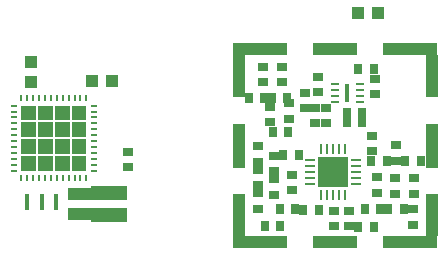
<source format=gbr>
G04 EAGLE Gerber RS-274X export*
G75*
%MOMM*%
%FSLAX34Y34*%
%LPD*%
%INSolderpaste Bottom*%
%IPPOS*%
%AMOC8*
5,1,8,0,0,1.08239X$1,22.5*%
G01*
%ADD10R,0.400000X1.399997*%
%ADD11R,0.254000X0.550000*%
%ADD12R,0.550000X0.254000*%
%ADD13R,1.000000X1.100000*%
%ADD14R,1.100000X1.000000*%
%ADD15R,1.500000X1.300000*%
%ADD16R,0.900000X0.700000*%
%ADD17R,0.700000X0.900000*%
%ADD18R,0.280000X0.840000*%
%ADD19R,0.840000X0.280000*%
%ADD20R,2.600000X2.600000*%
%ADD21R,0.750000X0.280000*%
%ADD22R,0.450000X1.600000*%
%ADD23R,0.990000X3.580000*%
%ADD24R,0.990000X3.810000*%
%ADD25R,4.570000X0.990000*%
%ADD26R,3.810000X0.990000*%

G36*
X-116949Y22242D02*
X-116949Y22242D01*
X-116947Y22242D01*
X-116904Y22261D01*
X-116860Y22280D01*
X-116860Y22282D01*
X-116858Y22283D01*
X-116825Y22368D01*
X-116825Y34592D01*
X-116826Y34594D01*
X-116825Y34596D01*
X-116845Y34639D01*
X-116863Y34682D01*
X-116865Y34683D01*
X-116866Y34685D01*
X-116951Y34718D01*
X-129175Y34718D01*
X-129177Y34717D01*
X-129179Y34718D01*
X-129222Y34698D01*
X-129266Y34680D01*
X-129266Y34678D01*
X-129268Y34677D01*
X-129301Y34592D01*
X-129301Y22368D01*
X-129300Y22366D01*
X-129301Y22364D01*
X-129281Y22321D01*
X-129263Y22277D01*
X-129261Y22276D01*
X-129260Y22274D01*
X-129175Y22242D01*
X-116951Y22242D01*
X-116949Y22242D01*
G37*
G36*
X-102725Y22242D02*
X-102725Y22242D01*
X-102723Y22242D01*
X-102680Y22261D01*
X-102636Y22280D01*
X-102636Y22282D01*
X-102634Y22283D01*
X-102601Y22368D01*
X-102601Y34592D01*
X-102602Y34594D01*
X-102601Y34596D01*
X-102621Y34639D01*
X-102639Y34682D01*
X-102641Y34683D01*
X-102642Y34685D01*
X-102727Y34718D01*
X-114951Y34718D01*
X-114953Y34717D01*
X-114955Y34718D01*
X-114998Y34698D01*
X-115042Y34680D01*
X-115042Y34678D01*
X-115044Y34677D01*
X-115077Y34592D01*
X-115077Y22368D01*
X-115076Y22366D01*
X-115077Y22364D01*
X-115057Y22321D01*
X-115039Y22277D01*
X-115037Y22276D01*
X-115036Y22274D01*
X-114951Y22242D01*
X-102727Y22242D01*
X-102725Y22242D01*
G37*
G36*
X-145397Y22242D02*
X-145397Y22242D01*
X-145395Y22242D01*
X-145352Y22261D01*
X-145308Y22280D01*
X-145308Y22282D01*
X-145306Y22283D01*
X-145273Y22368D01*
X-145273Y34592D01*
X-145274Y34594D01*
X-145273Y34596D01*
X-145293Y34639D01*
X-145311Y34682D01*
X-145313Y34683D01*
X-145314Y34685D01*
X-145399Y34718D01*
X-157623Y34718D01*
X-157625Y34717D01*
X-157627Y34718D01*
X-157670Y34698D01*
X-157714Y34680D01*
X-157714Y34678D01*
X-157716Y34677D01*
X-157749Y34592D01*
X-157749Y22368D01*
X-157748Y22366D01*
X-157749Y22364D01*
X-157729Y22321D01*
X-157711Y22277D01*
X-157709Y22276D01*
X-157708Y22274D01*
X-157623Y22242D01*
X-145399Y22242D01*
X-145397Y22242D01*
G37*
G36*
X-131173Y22242D02*
X-131173Y22242D01*
X-131171Y22242D01*
X-131128Y22261D01*
X-131084Y22280D01*
X-131084Y22282D01*
X-131082Y22283D01*
X-131049Y22368D01*
X-131049Y34592D01*
X-131050Y34594D01*
X-131049Y34596D01*
X-131069Y34639D01*
X-131087Y34682D01*
X-131089Y34683D01*
X-131090Y34685D01*
X-131175Y34718D01*
X-143399Y34718D01*
X-143401Y34717D01*
X-143403Y34718D01*
X-143446Y34698D01*
X-143490Y34680D01*
X-143490Y34678D01*
X-143492Y34677D01*
X-143525Y34592D01*
X-143525Y22368D01*
X-143524Y22366D01*
X-143525Y22364D01*
X-143505Y22321D01*
X-143487Y22277D01*
X-143485Y22276D01*
X-143484Y22274D01*
X-143399Y22242D01*
X-131175Y22242D01*
X-131173Y22242D01*
G37*
G36*
X-116949Y8018D02*
X-116949Y8018D01*
X-116947Y8018D01*
X-116904Y8037D01*
X-116860Y8056D01*
X-116860Y8058D01*
X-116858Y8059D01*
X-116825Y8144D01*
X-116825Y20368D01*
X-116826Y20370D01*
X-116825Y20372D01*
X-116845Y20415D01*
X-116863Y20458D01*
X-116865Y20459D01*
X-116866Y20461D01*
X-116951Y20494D01*
X-129175Y20494D01*
X-129177Y20493D01*
X-129179Y20494D01*
X-129222Y20474D01*
X-129266Y20456D01*
X-129266Y20454D01*
X-129268Y20453D01*
X-129301Y20368D01*
X-129301Y8144D01*
X-129300Y8142D01*
X-129301Y8140D01*
X-129281Y8097D01*
X-129263Y8053D01*
X-129261Y8052D01*
X-129260Y8050D01*
X-129175Y8018D01*
X-116951Y8018D01*
X-116949Y8018D01*
G37*
G36*
X-131173Y8018D02*
X-131173Y8018D01*
X-131171Y8018D01*
X-131128Y8037D01*
X-131084Y8056D01*
X-131084Y8058D01*
X-131082Y8059D01*
X-131049Y8144D01*
X-131049Y20368D01*
X-131050Y20370D01*
X-131049Y20372D01*
X-131069Y20415D01*
X-131087Y20458D01*
X-131089Y20459D01*
X-131090Y20461D01*
X-131175Y20494D01*
X-143399Y20494D01*
X-143401Y20493D01*
X-143403Y20494D01*
X-143446Y20474D01*
X-143490Y20456D01*
X-143490Y20454D01*
X-143492Y20453D01*
X-143525Y20368D01*
X-143525Y8144D01*
X-143524Y8142D01*
X-143525Y8140D01*
X-143505Y8097D01*
X-143487Y8053D01*
X-143485Y8052D01*
X-143484Y8050D01*
X-143399Y8018D01*
X-131175Y8018D01*
X-131173Y8018D01*
G37*
G36*
X-102725Y8018D02*
X-102725Y8018D01*
X-102723Y8018D01*
X-102680Y8037D01*
X-102636Y8056D01*
X-102636Y8058D01*
X-102634Y8059D01*
X-102601Y8144D01*
X-102601Y20368D01*
X-102602Y20370D01*
X-102601Y20372D01*
X-102621Y20415D01*
X-102639Y20458D01*
X-102641Y20459D01*
X-102642Y20461D01*
X-102727Y20494D01*
X-114951Y20494D01*
X-114953Y20493D01*
X-114955Y20494D01*
X-114998Y20474D01*
X-115042Y20456D01*
X-115042Y20454D01*
X-115044Y20453D01*
X-115077Y20368D01*
X-115077Y8144D01*
X-115076Y8142D01*
X-115077Y8140D01*
X-115057Y8097D01*
X-115039Y8053D01*
X-115037Y8052D01*
X-115036Y8050D01*
X-114951Y8018D01*
X-102727Y8018D01*
X-102725Y8018D01*
G37*
G36*
X-145397Y8018D02*
X-145397Y8018D01*
X-145395Y8018D01*
X-145352Y8037D01*
X-145308Y8056D01*
X-145308Y8058D01*
X-145306Y8059D01*
X-145273Y8144D01*
X-145273Y20368D01*
X-145274Y20370D01*
X-145273Y20372D01*
X-145293Y20415D01*
X-145311Y20458D01*
X-145313Y20459D01*
X-145314Y20461D01*
X-145399Y20494D01*
X-157623Y20494D01*
X-157625Y20493D01*
X-157627Y20494D01*
X-157670Y20474D01*
X-157714Y20456D01*
X-157714Y20454D01*
X-157716Y20453D01*
X-157749Y20368D01*
X-157749Y8144D01*
X-157748Y8142D01*
X-157749Y8140D01*
X-157729Y8097D01*
X-157711Y8053D01*
X-157709Y8052D01*
X-157708Y8050D01*
X-157623Y8018D01*
X-145399Y8018D01*
X-145397Y8018D01*
G37*
G36*
X-145397Y-6206D02*
X-145397Y-6206D01*
X-145395Y-6206D01*
X-145352Y-6187D01*
X-145308Y-6168D01*
X-145308Y-6166D01*
X-145306Y-6165D01*
X-145273Y-6080D01*
X-145273Y6144D01*
X-145274Y6146D01*
X-145273Y6148D01*
X-145293Y6191D01*
X-145311Y6234D01*
X-145313Y6235D01*
X-145314Y6237D01*
X-145399Y6270D01*
X-157623Y6270D01*
X-157625Y6269D01*
X-157627Y6270D01*
X-157670Y6250D01*
X-157714Y6232D01*
X-157714Y6230D01*
X-157716Y6229D01*
X-157749Y6144D01*
X-157749Y-6080D01*
X-157748Y-6082D01*
X-157749Y-6084D01*
X-157729Y-6127D01*
X-157711Y-6171D01*
X-157709Y-6172D01*
X-157708Y-6174D01*
X-157623Y-6207D01*
X-145399Y-6207D01*
X-145397Y-6206D01*
G37*
G36*
X-131173Y-6206D02*
X-131173Y-6206D01*
X-131171Y-6206D01*
X-131128Y-6187D01*
X-131084Y-6168D01*
X-131084Y-6166D01*
X-131082Y-6165D01*
X-131049Y-6080D01*
X-131049Y6144D01*
X-131050Y6146D01*
X-131049Y6148D01*
X-131069Y6191D01*
X-131087Y6234D01*
X-131089Y6235D01*
X-131090Y6237D01*
X-131175Y6270D01*
X-143399Y6270D01*
X-143401Y6269D01*
X-143403Y6270D01*
X-143446Y6250D01*
X-143490Y6232D01*
X-143490Y6230D01*
X-143492Y6229D01*
X-143525Y6144D01*
X-143525Y-6080D01*
X-143524Y-6082D01*
X-143525Y-6084D01*
X-143505Y-6127D01*
X-143487Y-6171D01*
X-143485Y-6172D01*
X-143484Y-6174D01*
X-143399Y-6207D01*
X-131175Y-6207D01*
X-131173Y-6206D01*
G37*
G36*
X-116949Y-6206D02*
X-116949Y-6206D01*
X-116947Y-6206D01*
X-116904Y-6187D01*
X-116860Y-6168D01*
X-116860Y-6166D01*
X-116858Y-6165D01*
X-116825Y-6080D01*
X-116825Y6144D01*
X-116826Y6146D01*
X-116825Y6148D01*
X-116845Y6191D01*
X-116863Y6234D01*
X-116865Y6235D01*
X-116866Y6237D01*
X-116951Y6270D01*
X-129175Y6270D01*
X-129177Y6269D01*
X-129179Y6270D01*
X-129222Y6250D01*
X-129266Y6232D01*
X-129266Y6230D01*
X-129268Y6229D01*
X-129301Y6144D01*
X-129301Y-6080D01*
X-129300Y-6082D01*
X-129301Y-6084D01*
X-129281Y-6127D01*
X-129263Y-6171D01*
X-129261Y-6172D01*
X-129260Y-6174D01*
X-129175Y-6207D01*
X-116951Y-6207D01*
X-116949Y-6206D01*
G37*
G36*
X-102725Y-6206D02*
X-102725Y-6206D01*
X-102723Y-6206D01*
X-102680Y-6187D01*
X-102636Y-6168D01*
X-102636Y-6166D01*
X-102634Y-6165D01*
X-102601Y-6080D01*
X-102601Y6144D01*
X-102602Y6146D01*
X-102601Y6148D01*
X-102621Y6191D01*
X-102639Y6234D01*
X-102641Y6235D01*
X-102642Y6237D01*
X-102727Y6270D01*
X-114951Y6270D01*
X-114953Y6269D01*
X-114955Y6270D01*
X-114998Y6250D01*
X-115042Y6232D01*
X-115042Y6230D01*
X-115044Y6229D01*
X-115077Y6144D01*
X-115077Y-6080D01*
X-115076Y-6082D01*
X-115077Y-6084D01*
X-115057Y-6127D01*
X-115039Y-6171D01*
X-115037Y-6172D01*
X-115036Y-6174D01*
X-114951Y-6207D01*
X-102727Y-6207D01*
X-102725Y-6206D01*
G37*
G36*
X-145397Y-20430D02*
X-145397Y-20430D01*
X-145395Y-20430D01*
X-145352Y-20411D01*
X-145308Y-20392D01*
X-145308Y-20390D01*
X-145306Y-20389D01*
X-145273Y-20304D01*
X-145273Y-8080D01*
X-145274Y-8078D01*
X-145273Y-8076D01*
X-145293Y-8033D01*
X-145311Y-7990D01*
X-145313Y-7989D01*
X-145314Y-7987D01*
X-145399Y-7954D01*
X-157623Y-7954D01*
X-157625Y-7955D01*
X-157627Y-7954D01*
X-157670Y-7974D01*
X-157714Y-7992D01*
X-157714Y-7994D01*
X-157716Y-7995D01*
X-157749Y-8080D01*
X-157749Y-20304D01*
X-157748Y-20306D01*
X-157749Y-20308D01*
X-157729Y-20351D01*
X-157711Y-20395D01*
X-157709Y-20396D01*
X-157708Y-20398D01*
X-157623Y-20431D01*
X-145399Y-20431D01*
X-145397Y-20430D01*
G37*
G36*
X-131173Y-20430D02*
X-131173Y-20430D01*
X-131171Y-20430D01*
X-131128Y-20411D01*
X-131084Y-20392D01*
X-131084Y-20390D01*
X-131082Y-20389D01*
X-131049Y-20304D01*
X-131049Y-8080D01*
X-131050Y-8078D01*
X-131049Y-8076D01*
X-131069Y-8033D01*
X-131087Y-7990D01*
X-131089Y-7989D01*
X-131090Y-7987D01*
X-131175Y-7954D01*
X-143399Y-7954D01*
X-143401Y-7955D01*
X-143403Y-7954D01*
X-143446Y-7974D01*
X-143490Y-7992D01*
X-143490Y-7994D01*
X-143492Y-7995D01*
X-143525Y-8080D01*
X-143525Y-20304D01*
X-143524Y-20306D01*
X-143525Y-20308D01*
X-143505Y-20351D01*
X-143487Y-20395D01*
X-143485Y-20396D01*
X-143484Y-20398D01*
X-143399Y-20431D01*
X-131175Y-20431D01*
X-131173Y-20430D01*
G37*
G36*
X-116949Y-20430D02*
X-116949Y-20430D01*
X-116947Y-20430D01*
X-116904Y-20411D01*
X-116860Y-20392D01*
X-116860Y-20390D01*
X-116858Y-20389D01*
X-116825Y-20304D01*
X-116825Y-8080D01*
X-116826Y-8078D01*
X-116825Y-8076D01*
X-116845Y-8033D01*
X-116863Y-7990D01*
X-116865Y-7989D01*
X-116866Y-7987D01*
X-116951Y-7954D01*
X-129175Y-7954D01*
X-129177Y-7955D01*
X-129179Y-7954D01*
X-129222Y-7974D01*
X-129266Y-7992D01*
X-129266Y-7994D01*
X-129268Y-7995D01*
X-129301Y-8080D01*
X-129301Y-20304D01*
X-129300Y-20306D01*
X-129301Y-20308D01*
X-129281Y-20351D01*
X-129263Y-20395D01*
X-129261Y-20396D01*
X-129260Y-20398D01*
X-129175Y-20431D01*
X-116951Y-20431D01*
X-116949Y-20430D01*
G37*
G36*
X-102725Y-20430D02*
X-102725Y-20430D01*
X-102723Y-20430D01*
X-102680Y-20411D01*
X-102636Y-20392D01*
X-102636Y-20390D01*
X-102634Y-20389D01*
X-102601Y-20304D01*
X-102601Y-8080D01*
X-102602Y-8078D01*
X-102601Y-8076D01*
X-102621Y-8033D01*
X-102639Y-7990D01*
X-102641Y-7989D01*
X-102642Y-7987D01*
X-102727Y-7954D01*
X-114951Y-7954D01*
X-114953Y-7955D01*
X-114955Y-7954D01*
X-114998Y-7974D01*
X-115042Y-7992D01*
X-115042Y-7994D01*
X-115044Y-7995D01*
X-115077Y-8080D01*
X-115077Y-20304D01*
X-115076Y-20306D01*
X-115077Y-20308D01*
X-115057Y-20351D01*
X-115039Y-20395D01*
X-115037Y-20396D01*
X-115036Y-20398D01*
X-114951Y-20431D01*
X-102727Y-20431D01*
X-102725Y-20430D01*
G37*
D10*
X-152494Y-46831D03*
X-140494Y-46831D03*
X-128494Y-46831D03*
D11*
X-102668Y-26656D03*
X-107669Y-26656D03*
X-112671Y-26656D03*
X-117672Y-26656D03*
X-122673Y-26656D03*
X-127674Y-26656D03*
X-132676Y-26656D03*
X-137677Y-26656D03*
X-142678Y-26656D03*
X-147679Y-26656D03*
X-152681Y-26656D03*
X-157682Y-26656D03*
D12*
X-163975Y-20363D03*
X-163975Y-15362D03*
X-163975Y-10360D03*
X-163975Y-5359D03*
X-163975Y-358D03*
X-163975Y4643D03*
X-163975Y9645D03*
X-163975Y14646D03*
X-163975Y19647D03*
X-163975Y24648D03*
X-163975Y29650D03*
X-163975Y34651D03*
D11*
X-157682Y40944D03*
X-152681Y40944D03*
X-147679Y40944D03*
X-142678Y40944D03*
X-137677Y40944D03*
X-132676Y40944D03*
X-127674Y40944D03*
X-122673Y40944D03*
X-117672Y40944D03*
X-112671Y40944D03*
X-107669Y40944D03*
X-102668Y40944D03*
D12*
X-96375Y34651D03*
X-96375Y29650D03*
X-96375Y24648D03*
X-96375Y19647D03*
X-96375Y14646D03*
X-96375Y9645D03*
X-96375Y4643D03*
X-96375Y-358D03*
X-96375Y-5359D03*
X-96375Y-10360D03*
X-96375Y-15362D03*
X-96375Y-20363D03*
D13*
X-81194Y55563D03*
X-98194Y55563D03*
D14*
X-149225Y55000D03*
X-149225Y72000D03*
D13*
X-103188Y-39919D03*
X-103188Y-56919D03*
X-112713Y-39919D03*
X-112713Y-56919D03*
D15*
X-90831Y-38944D03*
X-90831Y-57944D03*
X-75750Y-38944D03*
X-75750Y-57944D03*
D16*
X138906Y-4119D03*
X138906Y8881D03*
D17*
X151756Y-11906D03*
X138756Y-11906D03*
X167331Y-11906D03*
X180331Y-11906D03*
X145968Y-52949D03*
X132968Y-52949D03*
X166044Y-53181D03*
X153044Y-53181D03*
D16*
X174625Y-26838D03*
X174625Y-39838D03*
X173831Y-53031D03*
X173831Y-66031D03*
X71438Y-36663D03*
X71438Y-23663D03*
D17*
X127644Y-68263D03*
X140644Y-68263D03*
X61269Y-67270D03*
X48269Y-67270D03*
D16*
X119658Y-54619D03*
X119658Y-67619D03*
X106759Y-54619D03*
X106759Y-67619D03*
D17*
X73969Y-53181D03*
X60969Y-53181D03*
X81045Y-53414D03*
X94045Y-53414D03*
D16*
X42863Y-19694D03*
X42863Y-32694D03*
X158750Y-39838D03*
X158750Y-26838D03*
D17*
X77144Y-7144D03*
X64144Y-7144D03*
D16*
X42863Y150D03*
X42863Y-12850D03*
X56356Y-40631D03*
X56356Y-27631D03*
X56356Y-7788D03*
X56356Y-20788D03*
X143669Y-26044D03*
X143669Y-39044D03*
X42863Y-52538D03*
X42863Y-39538D03*
D17*
X131119Y28575D03*
X118119Y28575D03*
D16*
X69056Y23663D03*
X69056Y36663D03*
D17*
X55413Y12700D03*
X68413Y12700D03*
D16*
X53181Y33488D03*
X53181Y20488D03*
D17*
X67619Y41275D03*
X54619Y41275D03*
D16*
X100013Y19694D03*
X100013Y32694D03*
D17*
X47775Y41275D03*
X34775Y41275D03*
D16*
X82550Y32394D03*
X82550Y45394D03*
X93663Y58888D03*
X93663Y45888D03*
X62706Y67619D03*
X62706Y54619D03*
X46831Y54619D03*
X46831Y67619D03*
D13*
X127231Y113506D03*
X144231Y113506D03*
D16*
X159544Y-12056D03*
X159544Y944D03*
X91281Y19694D03*
X91281Y32694D03*
X142081Y57300D03*
X142081Y44300D03*
D17*
X140644Y65881D03*
X127644Y65881D03*
D18*
X116363Y-40931D03*
X111363Y-40931D03*
X106363Y-40931D03*
X101363Y-40931D03*
X96363Y-40931D03*
D19*
X86863Y-31431D03*
X86863Y-26431D03*
X86863Y-21431D03*
X86863Y-16431D03*
X86863Y-11431D03*
D18*
X96363Y-1931D03*
X101363Y-1931D03*
X106363Y-1931D03*
X111363Y-1931D03*
X116363Y-1931D03*
D19*
X125863Y-11431D03*
X125863Y-16431D03*
X125863Y-21431D03*
X125863Y-26431D03*
X125863Y-31431D03*
D20*
X106363Y-21431D03*
D21*
X107769Y37744D03*
X107769Y42744D03*
X107769Y47744D03*
X107769Y52744D03*
X128769Y52744D03*
X128769Y47744D03*
X128769Y42744D03*
X128769Y37744D03*
D22*
X118269Y45244D03*
D16*
X-67469Y-4613D03*
X-67469Y-17613D03*
D17*
X131119Y20638D03*
X118119Y20638D03*
D23*
X189600Y59594D03*
D24*
X189600Y894D03*
D23*
X189600Y-58006D03*
D25*
X171700Y-80856D03*
D26*
X108050Y-80856D03*
D25*
X44200Y-80856D03*
D23*
X26300Y-58006D03*
D24*
X26300Y894D03*
D23*
X26300Y59594D03*
D25*
X44200Y82444D03*
D26*
X108050Y82444D03*
D25*
X171700Y82444D03*
M02*

</source>
